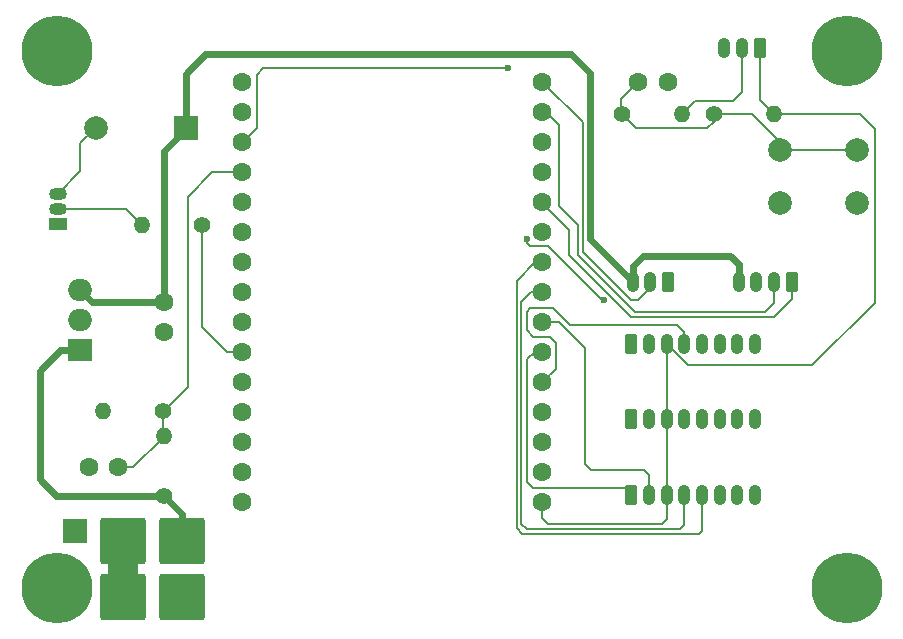
<source format=gbr>
%TF.GenerationSoftware,KiCad,Pcbnew,9.0.0*%
%TF.CreationDate,2025-08-04T22:37:53+02:00*%
%TF.ProjectId,Self balancing cube,53656c66-2062-4616-9c61-6e63696e6720,rev?*%
%TF.SameCoordinates,Original*%
%TF.FileFunction,Copper,L1,Top*%
%TF.FilePolarity,Positive*%
%FSLAX46Y46*%
G04 Gerber Fmt 4.6, Leading zero omitted, Abs format (unit mm)*
G04 Created by KiCad (PCBNEW 9.0.0) date 2025-08-04 22:37:53*
%MOMM*%
%LPD*%
G01*
G04 APERTURE LIST*
G04 Aperture macros list*
%AMRoundRect*
0 Rectangle with rounded corners*
0 $1 Rounding radius*
0 $2 $3 $4 $5 $6 $7 $8 $9 X,Y pos of 4 corners*
0 Add a 4 corners polygon primitive as box body*
4,1,4,$2,$3,$4,$5,$6,$7,$8,$9,$2,$3,0*
0 Add four circle primitives for the rounded corners*
1,1,$1+$1,$2,$3*
1,1,$1+$1,$4,$5*
1,1,$1+$1,$6,$7*
1,1,$1+$1,$8,$9*
0 Add four rect primitives between the rounded corners*
20,1,$1+$1,$2,$3,$4,$5,0*
20,1,$1+$1,$4,$5,$6,$7,0*
20,1,$1+$1,$6,$7,$8,$9,0*
20,1,$1+$1,$8,$9,$2,$3,0*%
G04 Aperture macros list end*
%TA.AperFunction,ComponentPad*%
%ADD10C,1.600000*%
%TD*%
%TA.AperFunction,ComponentPad*%
%ADD11RoundRect,0.250002X-1.699998X-1.699998X1.699998X-1.699998X1.699998X1.699998X-1.699998X1.699998X0*%
%TD*%
%TA.AperFunction,ComponentPad*%
%ADD12RoundRect,0.250000X-0.265000X-0.615000X0.265000X-0.615000X0.265000X0.615000X-0.265000X0.615000X0*%
%TD*%
%TA.AperFunction,ComponentPad*%
%ADD13O,1.030000X1.730000*%
%TD*%
%TA.AperFunction,ComponentPad*%
%ADD14C,6.000000*%
%TD*%
%TA.AperFunction,ComponentPad*%
%ADD15C,1.400000*%
%TD*%
%TA.AperFunction,ComponentPad*%
%ADD16O,1.400000X1.400000*%
%TD*%
%TA.AperFunction,ComponentPad*%
%ADD17RoundRect,0.250000X0.265000X0.615000X-0.265000X0.615000X-0.265000X-0.615000X0.265000X-0.615000X0*%
%TD*%
%TA.AperFunction,ComponentPad*%
%ADD18R,1.500000X1.050000*%
%TD*%
%TA.AperFunction,ComponentPad*%
%ADD19O,1.500000X1.050000*%
%TD*%
%TA.AperFunction,ComponentPad*%
%ADD20R,2.000000X1.905000*%
%TD*%
%TA.AperFunction,ComponentPad*%
%ADD21O,2.000000X1.905000*%
%TD*%
%TA.AperFunction,ComponentPad*%
%ADD22C,2.000000*%
%TD*%
%TA.AperFunction,ComponentPad*%
%ADD23RoundRect,0.250001X-0.799999X-0.799999X0.799999X-0.799999X0.799999X0.799999X-0.799999X0.799999X0*%
%TD*%
%TA.AperFunction,ComponentPad*%
%ADD24R,2.000000X2.000000*%
%TD*%
%TA.AperFunction,ViaPad*%
%ADD25C,0.600000*%
%TD*%
%TA.AperFunction,Conductor*%
%ADD26C,0.160000*%
%TD*%
%TA.AperFunction,Conductor*%
%ADD27C,0.630000*%
%TD*%
%TA.AperFunction,Conductor*%
%ADD28C,0.950000*%
%TD*%
%TA.AperFunction,Conductor*%
%ADD29C,2.540000*%
%TD*%
%TA.AperFunction,Conductor*%
%ADD30C,0.200000*%
%TD*%
G04 APERTURE END LIST*
D10*
%TO.P,U2,1,EN*%
%TO.N,unconnected-(U2-EN-Pad1)*%
X132750000Y-74300000D03*
%TO.P,U2,2,VP*%
%TO.N,unconnected-(U2-VP-Pad2)*%
X132750000Y-76840000D03*
%TO.P,U2,3,VN*%
%TO.N,Push_Led*%
X132750000Y-79380000D03*
%TO.P,U2,4,D34*%
%TO.N,Adc batt*%
X132750000Y-81920000D03*
%TO.P,U2,5,D35*%
%TO.N,Net-(J6-Pin_1)*%
X132750000Y-84460000D03*
%TO.P,U2,6,D32*%
%TO.N,Net-(J6-Pin_5)*%
X132750000Y-87000000D03*
%TO.P,U2,7,D33*%
%TO.N,Net-(J6-Pin_2)*%
X132750000Y-89540000D03*
%TO.P,U2,8,D25*%
%TO.N,Net-(J7-Pin_5)*%
X132750000Y-92080000D03*
%TO.P,U2,9,D26*%
%TO.N,Net-(J6-Pin_6)*%
X132750000Y-94620000D03*
%TO.P,U2,10,D27*%
%TO.N,cmd buzzer*%
X132750000Y-97160000D03*
%TO.P,U2,11,D14*%
%TO.N,Net-(J7-Pin_2)*%
X132750000Y-99700000D03*
%TO.P,U2,12,D12*%
%TO.N,unconnected-(U2-D12-Pad12)*%
X132750000Y-102240000D03*
%TO.P,U2,13,D13*%
%TO.N,Net-(J7-Pin_1)*%
X132750000Y-104780000D03*
%TO.P,U2,14,GND*%
%TO.N,-BATT*%
X132750000Y-107320000D03*
%TO.P,U2,15,VIN*%
%TO.N,+5V*%
X132750000Y-109860000D03*
%TO.P,U2,16,3V3*%
%TO.N,+3.3V*%
X158150000Y-109860000D03*
%TO.P,U2,17,GND*%
%TO.N,unconnected-(U2-GND-Pad17)*%
X158150000Y-107320000D03*
%TO.P,U2,18,D15*%
%TO.N,Net-(J7-Pin_4)*%
X158150000Y-104780000D03*
%TO.P,U2,19,D2*%
%TO.N,unconnected-(U2-D2-Pad19)*%
X158150000Y-102240000D03*
%TO.P,U2,20,D4*%
%TO.N,Net-(J6-Pin_4)*%
X158150000Y-99700000D03*
%TO.P,U2,21,RX2*%
%TO.N,Net-(J8-Pin_1)*%
X158150000Y-97160000D03*
%TO.P,U2,22,TX2*%
%TO.N,Net-(J8-Pin_2)*%
X158150000Y-94620000D03*
%TO.P,U2,23,D5*%
%TO.N,Net-(J8-Pin_4)*%
X158150000Y-92080000D03*
%TO.P,U2,24,D18*%
%TO.N,Net-(J8-Pin_5)*%
X158150000Y-89540000D03*
%TO.P,U2,25,D19*%
%TO.N,unconnected-(U2-D19-Pad25)*%
X158150000Y-87000000D03*
%TO.P,U2,26,D21*%
%TO.N,SDA*%
X158150000Y-84460000D03*
%TO.P,U2,27,RX0*%
%TO.N,unconnected-(U2-RX0-Pad27)*%
X158150000Y-81920000D03*
%TO.P,U2,28,TX0*%
%TO.N,unconnected-(U2-TX0-Pad28)*%
X158150000Y-79380000D03*
%TO.P,U2,29,D22*%
%TO.N,SCL*%
X158150000Y-76840000D03*
%TO.P,U2,30,D23*%
%TO.N,WS2812*%
X158150000Y-74300000D03*
%TD*%
%TO.P,C1,1*%
%TO.N,Adc batt*%
X122224800Y-106883200D03*
%TO.P,C1,2*%
%TO.N,-BATT*%
X119724800Y-106883200D03*
%TD*%
D11*
%TO.P,J1,1,Pin_1*%
%TO.N,+BATT*%
X127609600Y-113131600D03*
%TD*%
D12*
%TO.P,J8,1,Pin_1*%
%TO.N,Net-(J8-Pin_1)*%
X165658800Y-109220000D03*
D13*
%TO.P,J8,2,Pin_2*%
%TO.N,Net-(J8-Pin_2)*%
X167158800Y-109220000D03*
%TO.P,J8,3,Pin_3*%
%TO.N,+3.3V*%
X168658800Y-109220000D03*
%TO.P,J8,4,Pin_4*%
%TO.N,Net-(J8-Pin_4)*%
X170158800Y-109220000D03*
%TO.P,J8,5,Pin_5*%
%TO.N,Net-(J8-Pin_5)*%
X171658800Y-109220000D03*
%TO.P,J8,6,Pin_6*%
%TO.N,Net-(J6-Pin_6)*%
X173158800Y-109220000D03*
%TO.P,J8,7,Pin_7*%
%TO.N,-BATT*%
X174658800Y-109220000D03*
%TO.P,J8,8,Pin_8*%
%TO.N,+BATT*%
X176158800Y-109220000D03*
%TD*%
D10*
%TO.P,C2,1*%
%TO.N,Push_Led*%
X166257600Y-74269600D03*
%TO.P,C2,2*%
%TO.N,-BATT*%
X168757600Y-74269600D03*
%TD*%
D14*
%TO.P,,1*%
%TO.N,-BATT*%
X183896000Y-117144800D03*
%TD*%
D12*
%TO.P,J7,1,Pin_1*%
%TO.N,Net-(J7-Pin_1)*%
X165658800Y-102819200D03*
D13*
%TO.P,J7,2,Pin_2*%
%TO.N,Net-(J7-Pin_2)*%
X167158800Y-102819200D03*
%TO.P,J7,3,Pin_3*%
%TO.N,+3.3V*%
X168658800Y-102819200D03*
%TO.P,J7,4,Pin_4*%
%TO.N,Net-(J7-Pin_4)*%
X170158800Y-102819200D03*
%TO.P,J7,5,Pin_5*%
%TO.N,Net-(J7-Pin_5)*%
X171658800Y-102819200D03*
%TO.P,J7,6,Pin_6*%
%TO.N,Net-(J6-Pin_6)*%
X173158800Y-102819200D03*
%TO.P,J7,7,Pin_7*%
%TO.N,-BATT*%
X174658800Y-102819200D03*
%TO.P,J7,8,Pin_8*%
%TO.N,+BATT*%
X176158800Y-102819200D03*
%TD*%
D15*
%TO.P,R2,1*%
%TO.N,+BATT*%
X126085600Y-109321600D03*
D16*
%TO.P,R2,2*%
%TO.N,Adc batt*%
X126085600Y-104241600D03*
%TD*%
D15*
%TO.P,R5,1*%
%TO.N,Push_Led*%
X164846000Y-76962000D03*
D16*
%TO.P,R5,2*%
%TO.N,Net-(J14-Pin_2)*%
X169926000Y-76962000D03*
%TD*%
D10*
%TO.P,C3,1*%
%TO.N,+5V*%
X126085600Y-92902400D03*
%TO.P,C3,2*%
%TO.N,-BATT*%
X126085600Y-95402400D03*
%TD*%
D17*
%TO.P,J14,1,Pin_1*%
%TO.N,+3.3V*%
X176532800Y-71424800D03*
D13*
%TO.P,J14,2,Pin_2*%
%TO.N,Net-(J14-Pin_2)*%
X175032800Y-71424800D03*
%TO.P,J14,3,Pin_3*%
%TO.N,-BATT*%
X173532800Y-71424800D03*
%TD*%
D18*
%TO.P,Q1,1,E*%
%TO.N,-BATT*%
X117144800Y-86258400D03*
D19*
%TO.P,Q1,2,B*%
%TO.N,Net-(Q1-B)*%
X117144800Y-84988400D03*
%TO.P,Q1,3,C*%
%TO.N,Net-(BZ1--)*%
X117144800Y-83718400D03*
%TD*%
D20*
%TO.P,U1,1,VI*%
%TO.N,+BATT*%
X119024400Y-96977200D03*
D21*
%TO.P,U1,2,GND*%
%TO.N,-BATT*%
X119024400Y-94437200D03*
%TO.P,U1,3,VO*%
%TO.N,+5V*%
X119024400Y-91897200D03*
%TD*%
D15*
%TO.P,R4,1*%
%TO.N,Push_Led*%
X172669200Y-77012800D03*
D16*
%TO.P,R4,2*%
%TO.N,+3.3V*%
X177749200Y-77012800D03*
%TD*%
D14*
%TO.P,1,1*%
%TO.N,-BATT*%
X117043200Y-71628000D03*
%TD*%
D22*
%TO.P,SW2,1,1*%
%TO.N,-BATT*%
X184759600Y-84560800D03*
X178259600Y-84560800D03*
%TO.P,SW2,2,2*%
%TO.N,Push_Led*%
X184759600Y-80060800D03*
X178259600Y-80060800D03*
%TD*%
D12*
%TO.P,J6,1,Pin_1*%
%TO.N,Net-(J6-Pin_1)*%
X165656000Y-96418400D03*
D13*
%TO.P,J6,2,Pin_2*%
%TO.N,Net-(J6-Pin_2)*%
X167156000Y-96418400D03*
%TO.P,J6,3,Pin_3*%
%TO.N,+3.3V*%
X168656000Y-96418400D03*
%TO.P,J6,4,Pin_4*%
%TO.N,Net-(J6-Pin_4)*%
X170156000Y-96418400D03*
%TO.P,J6,5,Pin_5*%
%TO.N,Net-(J6-Pin_5)*%
X171656000Y-96418400D03*
%TO.P,J6,6,Pin_6*%
%TO.N,Net-(J6-Pin_6)*%
X173156000Y-96418400D03*
%TO.P,J6,7,Pin_7*%
%TO.N,-BATT*%
X174656000Y-96418400D03*
%TO.P,J6,8,Pin_8*%
%TO.N,+BATT*%
X176156000Y-96418400D03*
%TD*%
D23*
%TO.P,J5,1,Pin_1*%
%TO.N,-BATT*%
X118567200Y-112268000D03*
%TD*%
D11*
%TO.P,J2,1,Pin_1*%
%TO.N,Net-(J2-Pin_1)*%
X122631200Y-113131600D03*
%TD*%
%TO.P,J3,1,Pin_1*%
%TO.N,Net-(J2-Pin_1)*%
X122631200Y-117906800D03*
%TD*%
D15*
%TO.P,R3,1*%
%TO.N,Adc batt*%
X125984000Y-102108000D03*
D16*
%TO.P,R3,2*%
%TO.N,-BATT*%
X120904000Y-102108000D03*
%TD*%
D15*
%TO.P,R1,1*%
%TO.N,cmd buzzer*%
X129336800Y-86360000D03*
D16*
%TO.P,R1,2*%
%TO.N,Net-(Q1-B)*%
X124256800Y-86360000D03*
%TD*%
D14*
%TO.P,1,1*%
%TO.N,-BATT*%
X117043200Y-117144800D03*
%TD*%
D17*
%TO.P,J12,1,Pin_1*%
%TO.N,SDA*%
X179252000Y-91186000D03*
D13*
%TO.P,J12,2,Pin_2*%
%TO.N,SCL*%
X177752000Y-91186000D03*
%TO.P,J12,3,Pin_3*%
%TO.N,-BATT*%
X176252000Y-91186000D03*
%TO.P,J12,4,Pin_4*%
%TO.N,+5V*%
X174752000Y-91186000D03*
%TD*%
D17*
%TO.P,J13,1,Pin_1*%
%TO.N,-BATT*%
X168784400Y-91186000D03*
D13*
%TO.P,J13,2,Pin_2*%
%TO.N,WS2812*%
X167284400Y-91186000D03*
%TO.P,J13,3,Pin_3*%
%TO.N,+5V*%
X165784400Y-91186000D03*
%TD*%
D14*
%TO.P,,1*%
%TO.N,-BATT*%
X183896000Y-71678800D03*
%TD*%
D11*
%TO.P,J4,1,Pin_1*%
%TO.N,-BATT*%
X127609600Y-117906800D03*
%TD*%
D24*
%TO.P,BZ1,1,+*%
%TO.N,+5V*%
X127955200Y-78130400D03*
D22*
%TO.P,BZ1,2,-*%
%TO.N,Net-(BZ1--)*%
X120355200Y-78130400D03*
%TD*%
D25*
%TO.N,Net-(J6-Pin_1)*%
X156819600Y-87528400D03*
X163322000Y-92710000D03*
%TO.N,Push_Led*%
X155194000Y-73050400D03*
%TD*%
D26*
%TO.N,cmd buzzer*%
X132746200Y-97156200D02*
X132750000Y-97160000D01*
X131482600Y-97156200D02*
X132746200Y-97156200D01*
%TO.N,Adc batt*%
X130170000Y-81920000D02*
X132750000Y-81920000D01*
X128117600Y-83972400D02*
X130170000Y-81920000D01*
X125984000Y-102209600D02*
X128117600Y-100076000D01*
X125984000Y-104394000D02*
X125984000Y-102209600D01*
X123494800Y-106883200D02*
X125984000Y-104394000D01*
X122224800Y-106883200D02*
X123494800Y-106883200D01*
X128117600Y-100076000D02*
X128117600Y-83972400D01*
%TO.N,Push_Led*%
X133950000Y-78180000D02*
X132753800Y-79376200D01*
X133950000Y-73650000D02*
X133950000Y-78180000D01*
X155194000Y-73050400D02*
X155143200Y-73101200D01*
X155143200Y-73101200D02*
X134498800Y-73101200D01*
X134498800Y-73101200D02*
X133950000Y-73650000D01*
D27*
%TO.N,+BATT*%
X116992400Y-109321600D02*
X126085600Y-109321600D01*
X127609600Y-113131600D02*
X127609600Y-110845600D01*
D26*
X126034800Y-109372400D02*
X125730000Y-109372400D01*
X176348400Y-96320000D02*
X176351600Y-96316800D01*
D27*
X127609600Y-110845600D02*
X126085600Y-109321600D01*
X117297200Y-96977200D02*
X115570000Y-98704400D01*
D26*
X125679200Y-109423200D02*
X125730000Y-109372400D01*
D27*
X115570000Y-98704400D02*
X115570000Y-107899200D01*
D26*
X127609600Y-111252000D02*
X127609600Y-113131600D01*
D27*
X119024400Y-96977200D02*
X117297200Y-96977200D01*
X115570000Y-107899200D02*
X116992400Y-109321600D01*
D28*
X127609600Y-113131600D02*
X127152400Y-112674400D01*
D26*
%TO.N,Net-(BZ1--)*%
X117144800Y-83718400D02*
X119024400Y-81838800D01*
X119024400Y-79461200D02*
X120355200Y-78130400D01*
X119024400Y-81838800D02*
X119024400Y-79461200D01*
X119837200Y-78496000D02*
X120202800Y-78130400D01*
%TO.N,Net-(Q1-B)*%
X117144800Y-84988400D02*
X122885200Y-84988400D01*
X122885200Y-84988400D02*
X124256800Y-86360000D01*
%TO.N,unconnected-(U2-D19-Pad25)*%
X158217800Y-86996200D02*
X158152600Y-86996200D01*
X158152600Y-86996200D02*
X158573400Y-86996200D01*
D29*
%TO.N,Net-(J2-Pin_1)*%
X122631200Y-113131600D02*
X122631200Y-117906800D01*
D26*
%TO.N,Net-(J6-Pin_6)*%
X173158800Y-96421200D02*
X173156000Y-96418400D01*
D30*
%TO.N,Net-(J6-Pin_4)*%
X158800800Y-95859600D02*
X157378400Y-95859600D01*
X157378400Y-95859600D02*
X156819600Y-95300800D01*
X159315200Y-96374000D02*
X158800800Y-95859600D01*
X160477200Y-94843600D02*
X169570400Y-94843600D01*
X158152600Y-99696200D02*
X159315200Y-98533600D01*
X159054800Y-93421200D02*
X160477200Y-94843600D01*
X159315200Y-98533600D02*
X159315200Y-96374000D01*
X156819600Y-93726000D02*
X157124400Y-93421200D01*
X169570400Y-94843600D02*
X170156000Y-95429200D01*
X156819600Y-95300800D02*
X156819600Y-93726000D01*
X157124400Y-93421200D02*
X159054800Y-93421200D01*
X170156000Y-95429200D02*
X170156000Y-96418400D01*
D26*
X158152600Y-99696200D02*
X157453400Y-99696200D01*
%TO.N,Net-(J8-Pin_4)*%
X158152600Y-92076200D02*
X158471800Y-92076200D01*
D30*
X156819600Y-112115600D02*
X169824400Y-112115600D01*
X158152600Y-92076200D02*
X157148600Y-92076200D01*
X157148600Y-92076200D02*
X156362400Y-92862400D01*
X169824400Y-112115600D02*
X170158800Y-111781200D01*
X170158800Y-111781200D02*
X170158800Y-109220000D01*
X156362400Y-92862400D02*
X156362400Y-111658400D01*
X156362400Y-111658400D02*
X156819600Y-112115600D01*
%TO.N,Net-(J8-Pin_2)*%
X159589400Y-94616200D02*
X158152600Y-94616200D01*
X162255200Y-107086400D02*
X161747200Y-106578400D01*
X166725600Y-107086400D02*
X162255200Y-107086400D01*
X167158800Y-109220000D02*
X167158800Y-107519600D01*
X161747200Y-96774000D02*
X159589400Y-94616200D01*
X158430800Y-94894400D02*
X158152600Y-94616200D01*
X161747200Y-106578400D02*
X161747200Y-96774000D01*
X167158800Y-107519600D02*
X166725600Y-107086400D01*
D26*
%TO.N,Net-(J8-Pin_5)*%
X171658800Y-112262400D02*
X171658800Y-109220000D01*
X171399200Y-112522000D02*
X171658800Y-112262400D01*
X155956000Y-112064800D02*
X156413200Y-112522000D01*
X158152600Y-89536200D02*
X157504200Y-89536200D01*
X157504200Y-89536200D02*
X155956000Y-91084400D01*
X155956000Y-91084400D02*
X155956000Y-112064800D01*
X156413200Y-112522000D02*
X171399200Y-112522000D01*
%TO.N,Net-(J8-Pin_1)*%
X157378400Y-108661200D02*
X165100000Y-108661200D01*
X156870400Y-97739200D02*
X156870400Y-108153200D01*
X165100000Y-108661200D02*
X165658800Y-109220000D01*
X158152600Y-97156200D02*
X158126000Y-97129600D01*
X157480000Y-97129600D02*
X156870400Y-97739200D01*
X156870400Y-108153200D02*
X157378400Y-108661200D01*
X158126000Y-97129600D02*
X157480000Y-97129600D01*
%TO.N,SDA*%
X177749200Y-94183200D02*
X179252000Y-92680400D01*
X160375600Y-86766400D02*
X160375600Y-88900000D01*
X158152600Y-84456200D02*
X158152600Y-84543400D01*
X160375600Y-88900000D02*
X165658800Y-94183200D01*
X179252000Y-92680400D02*
X179252000Y-91186000D01*
X158152600Y-84543400D02*
X160375600Y-86766400D01*
X165658800Y-94183200D02*
X177749200Y-94183200D01*
%TO.N,SCL*%
X161137600Y-86410800D02*
X161137600Y-88900000D01*
X158471800Y-76836200D02*
X159509800Y-77874200D01*
X176987200Y-93776800D02*
X177752000Y-93012000D01*
X161137600Y-88900000D02*
X166014400Y-93776800D01*
X159509800Y-77874200D02*
X159512000Y-77872000D01*
X158152600Y-76836200D02*
X158471800Y-76836200D01*
X177752000Y-93012000D02*
X177752000Y-91186000D01*
X159512000Y-77872000D02*
X159512000Y-84785200D01*
X166014400Y-93776800D02*
X176987200Y-93776800D01*
X159512000Y-84785200D02*
X161137600Y-86410800D01*
%TO.N,WS2812*%
X167284400Y-91186000D02*
X167284400Y-91694000D01*
X161544000Y-88696800D02*
X161544000Y-77687600D01*
X166217600Y-92760800D02*
X165608000Y-92760800D01*
X161544000Y-77687600D02*
X158152600Y-74296200D01*
X167284400Y-91694000D02*
X166217600Y-92760800D01*
X165608000Y-92760800D02*
X161544000Y-88696800D01*
%TO.N,cmd buzzer*%
X129336800Y-95010400D02*
X131482600Y-97156200D01*
X129336800Y-86360000D02*
X129336800Y-95010400D01*
%TO.N,Net-(J6-Pin_1)*%
X156819600Y-87884000D02*
X156819600Y-87528400D01*
X157124400Y-88188800D02*
X156819600Y-87884000D01*
X163322000Y-92710000D02*
X163169600Y-92710000D01*
X158648400Y-88188800D02*
X157124400Y-88188800D01*
X163169600Y-92710000D02*
X158648400Y-88188800D01*
D30*
%TO.N,Push_Led*%
X175920400Y-77012800D02*
X178259600Y-79352000D01*
X164795200Y-75732000D02*
X164795200Y-76911200D01*
X172669200Y-77012800D02*
X175920400Y-77012800D01*
X184759600Y-80060800D02*
X178259600Y-80060800D01*
X166257600Y-74269600D02*
X164795200Y-75732000D01*
X172669200Y-77622400D02*
X172669200Y-77012800D01*
X178259600Y-79352000D02*
X178259600Y-80060800D01*
D26*
X155041600Y-73101200D02*
X155194000Y-73050400D01*
X155092400Y-73101200D02*
X155041600Y-73101200D01*
D30*
X178259600Y-80060800D02*
X178259600Y-80109200D01*
X172110400Y-78181200D02*
X172669200Y-77622400D01*
X164846000Y-76962000D02*
X166065200Y-78181200D01*
X166065200Y-78181200D02*
X172110400Y-78181200D01*
X164795200Y-76911200D02*
X164846000Y-76962000D01*
D26*
%TO.N,+3.3V*%
X176532800Y-75796400D02*
X177749200Y-77012800D01*
X158597600Y-111658400D02*
X168300400Y-111658400D01*
X177749200Y-77012800D02*
X185013600Y-77012800D01*
X168848400Y-96320000D02*
X168851600Y-96316800D01*
X168656000Y-111302800D02*
X168656000Y-96418400D01*
X158152600Y-109856200D02*
X158152600Y-111213400D01*
X168300400Y-111658400D02*
X168656000Y-111302800D01*
X170484800Y-98247200D02*
X168656000Y-96418400D01*
X176532800Y-71424800D02*
X176532800Y-75796400D01*
X176532800Y-71424800D02*
X176682400Y-71574400D01*
X186283600Y-78282800D02*
X186283600Y-92964000D01*
X158152600Y-111213400D02*
X158597600Y-111658400D01*
X186283600Y-92964000D02*
X181000400Y-98247200D01*
X185013600Y-77012800D02*
X186283600Y-78282800D01*
X181000400Y-98247200D02*
X170484800Y-98247200D01*
D27*
%TO.N,+5V*%
X165784400Y-89841200D02*
X166624000Y-89001600D01*
X127965200Y-73558400D02*
X129590800Y-71932800D01*
X174040800Y-89001600D02*
X174752000Y-89712800D01*
X160578800Y-71932800D02*
X162153600Y-73507600D01*
X162153600Y-73507600D02*
X162153600Y-87555200D01*
X126085600Y-80111600D02*
X127955200Y-78242000D01*
X126085600Y-92902400D02*
X120029600Y-92902400D01*
X120029600Y-92902400D02*
X119024400Y-91897200D01*
X165784400Y-91186000D02*
X165784400Y-89841200D01*
X126085600Y-92902400D02*
X126085600Y-80111600D01*
X162153600Y-87555200D02*
X165784400Y-91186000D01*
X174752000Y-89712800D02*
X174752000Y-91186000D01*
X127802800Y-78130400D02*
X127965200Y-77968000D01*
X127965200Y-77968000D02*
X127965200Y-73558400D01*
X166624000Y-89001600D02*
X174040800Y-89001600D01*
X127955200Y-78242000D02*
X127955200Y-78130400D01*
X129590800Y-71932800D02*
X160578800Y-71932800D01*
D30*
%TO.N,Net-(J14-Pin_2)*%
X175032800Y-75106400D02*
X174294800Y-75844400D01*
X175032800Y-71424800D02*
X175032800Y-75106400D01*
X174294800Y-75844400D02*
X171043600Y-75844400D01*
X171043600Y-75844400D02*
X169926000Y-76962000D01*
%TD*%
M02*

</source>
